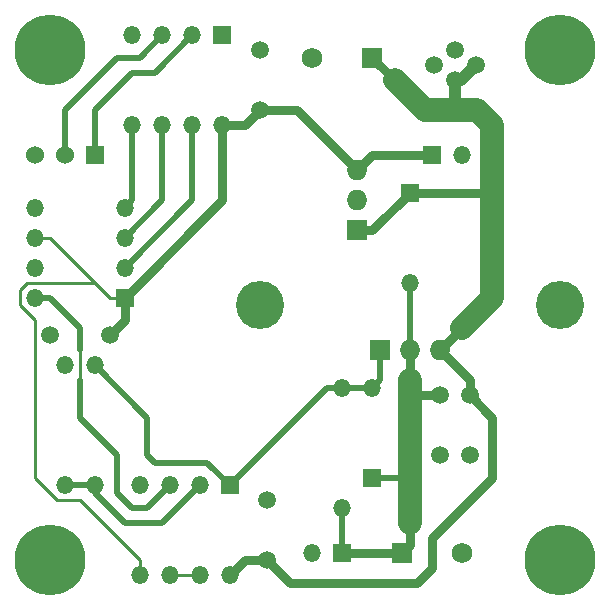
<source format=gtl>
G04 (created by PCBNEW (2013-07-07 BZR 4022)-stable) date 3/25/2015 10:05:49 PM*
%MOIN*%
G04 Gerber Fmt 3.4, Leading zero omitted, Abs format*
%FSLAX34Y34*%
G01*
G70*
G90*
G04 APERTURE LIST*
%ADD10C,0.00590551*%
%ADD11R,0.069X0.069*%
%ADD12O,0.069X0.069*%
%ADD13R,0.059X0.059*%
%ADD14O,0.059X0.059*%
%ADD15R,0.06X0.06*%
%ADD16C,0.06*%
%ADD17C,0.059*%
%ADD18C,0.16*%
%ADD19C,0.069*%
%ADD20C,0.23622*%
%ADD21C,0.03*%
%ADD22C,0.01*%
%ADD23C,0.02*%
%ADD24C,0.04*%
%ADD25C,0.08*%
G04 APERTURE END LIST*
G54D10*
G54D11*
X59500Y-55750D03*
G54D12*
X59500Y-54750D03*
X59500Y-53750D03*
G54D13*
X62000Y-53250D03*
G54D14*
X63000Y-53250D03*
G54D11*
X60250Y-59750D03*
G54D12*
X61250Y-59750D03*
X62250Y-59750D03*
G54D14*
X50750Y-60250D03*
X50750Y-64250D03*
X49750Y-64250D03*
X49750Y-60250D03*
G54D15*
X50750Y-53250D03*
G54D16*
X49750Y-53250D03*
X48750Y-53250D03*
G54D17*
X62750Y-49757D03*
X63438Y-50250D03*
X62061Y-50250D03*
X62750Y-50742D03*
X56500Y-66750D03*
X56500Y-64750D03*
X56250Y-51750D03*
X56250Y-49750D03*
X51250Y-59250D03*
X49250Y-59250D03*
G54D13*
X55250Y-64250D03*
G54D14*
X54250Y-64250D03*
X53250Y-64250D03*
X52250Y-64250D03*
X52250Y-67250D03*
X53250Y-67250D03*
X55250Y-67250D03*
X54250Y-67250D03*
G54D13*
X51750Y-58000D03*
G54D14*
X51750Y-57000D03*
X51750Y-56000D03*
X51750Y-55000D03*
X48750Y-55000D03*
X48750Y-56000D03*
X48750Y-58000D03*
X48750Y-57000D03*
G54D13*
X55000Y-49250D03*
G54D14*
X54000Y-49250D03*
X53000Y-49250D03*
X52000Y-49250D03*
X52000Y-52250D03*
X53000Y-52250D03*
X55000Y-52250D03*
X54000Y-52250D03*
G54D18*
X66250Y-58250D03*
X56250Y-58250D03*
G54D11*
X61000Y-66500D03*
G54D19*
X63000Y-66500D03*
G54D11*
X60000Y-50000D03*
G54D19*
X58000Y-50000D03*
G54D20*
X49250Y-49750D03*
X49250Y-66750D03*
X66250Y-49750D03*
X66250Y-66750D03*
G54D17*
X63250Y-61250D03*
X63250Y-63250D03*
X62250Y-61250D03*
X62250Y-63250D03*
G54D13*
X59000Y-66500D03*
G54D14*
X58000Y-66500D03*
X59000Y-65000D03*
X59000Y-61000D03*
G54D13*
X60000Y-64000D03*
G54D14*
X60000Y-61000D03*
G54D13*
X61250Y-54500D03*
G54D14*
X61250Y-57500D03*
G54D21*
X62000Y-53250D02*
X61500Y-53250D01*
X60000Y-53250D02*
X61500Y-53250D01*
X60000Y-53250D02*
X59500Y-53750D01*
G54D22*
X48750Y-59000D02*
X48750Y-58750D01*
X48750Y-59000D02*
X48750Y-61750D01*
X48750Y-61750D02*
X48750Y-63000D01*
X48750Y-63000D02*
X48750Y-64000D01*
X48750Y-64000D02*
X49500Y-64750D01*
X49500Y-64750D02*
X50250Y-64750D01*
X50250Y-64750D02*
X52250Y-66750D01*
X52250Y-67250D02*
X52250Y-66750D01*
X49250Y-57500D02*
X50750Y-57500D01*
X48750Y-57500D02*
X49250Y-57500D01*
X48500Y-57500D02*
X48750Y-57500D01*
X48250Y-57750D02*
X48500Y-57500D01*
X48250Y-58250D02*
X48250Y-57750D01*
X48750Y-58750D02*
X48250Y-58250D01*
X48750Y-56000D02*
X49250Y-56000D01*
X51250Y-58000D02*
X51750Y-58000D01*
X49250Y-56000D02*
X50750Y-57500D01*
X50750Y-57500D02*
X51250Y-58000D01*
G54D21*
X51750Y-58000D02*
X51750Y-58750D01*
X51750Y-58750D02*
X51250Y-59250D01*
X55000Y-52250D02*
X55000Y-54750D01*
X55000Y-54750D02*
X51750Y-58000D01*
X59500Y-53750D02*
X57500Y-51750D01*
X57500Y-51750D02*
X56250Y-51750D01*
X55000Y-52250D02*
X55750Y-52250D01*
X55750Y-52250D02*
X56250Y-51750D01*
G54D23*
X53000Y-52250D02*
X53000Y-54750D01*
X53000Y-54750D02*
X51750Y-56000D01*
X54000Y-52250D02*
X54000Y-54750D01*
X54000Y-54750D02*
X51750Y-57000D01*
G54D22*
X53250Y-67250D02*
X54250Y-67250D01*
G54D23*
X60000Y-61000D02*
X59000Y-61000D01*
X60250Y-59750D02*
X60250Y-60750D01*
X60250Y-60750D02*
X60000Y-61000D01*
X50750Y-60250D02*
X52500Y-62000D01*
X52750Y-63500D02*
X52500Y-63250D01*
X54500Y-63500D02*
X55250Y-64250D01*
X54500Y-63500D02*
X53000Y-63500D01*
X53000Y-63500D02*
X52750Y-63500D01*
X52500Y-62000D02*
X52500Y-63250D01*
X55250Y-64250D02*
X58500Y-61000D01*
X58500Y-61000D02*
X59000Y-61000D01*
X50250Y-59750D02*
X50250Y-59000D01*
X51500Y-64500D02*
X52000Y-65000D01*
X51500Y-63250D02*
X51500Y-64500D01*
X50250Y-62000D02*
X51500Y-63250D01*
X53250Y-64250D02*
X52500Y-65000D01*
X52000Y-65000D02*
X52500Y-65000D01*
X50250Y-60750D02*
X50250Y-62000D01*
G54D22*
X50250Y-60750D02*
X50250Y-59750D01*
G54D23*
X49250Y-58000D02*
X48750Y-58000D01*
X50250Y-59000D02*
X49250Y-58000D01*
X49750Y-64250D02*
X50750Y-64250D01*
X50750Y-64250D02*
X50750Y-64500D01*
X50750Y-64500D02*
X51750Y-65500D01*
X53000Y-65500D02*
X51750Y-65500D01*
X53000Y-65500D02*
X54250Y-64250D01*
X52000Y-52250D02*
X52000Y-54750D01*
X52000Y-54750D02*
X51750Y-55000D01*
X50750Y-53250D02*
X50750Y-52500D01*
X50750Y-51750D02*
X52000Y-50500D01*
X52000Y-50500D02*
X52750Y-50500D01*
X52750Y-50500D02*
X54000Y-49250D01*
X50750Y-52500D02*
X50750Y-51750D01*
X49750Y-53250D02*
X49750Y-52500D01*
X49750Y-51750D02*
X51500Y-50000D01*
X51500Y-50000D02*
X52250Y-50000D01*
X52250Y-50000D02*
X53000Y-49250D01*
X49750Y-52500D02*
X49750Y-51750D01*
G54D21*
X56500Y-66750D02*
X57250Y-67500D01*
X57250Y-67500D02*
X61000Y-67500D01*
X61000Y-67500D02*
X61500Y-67500D01*
X61500Y-67500D02*
X62000Y-67000D01*
X62000Y-67000D02*
X62000Y-66500D01*
X62000Y-66500D02*
X62000Y-66000D01*
X62000Y-66000D02*
X64000Y-64000D01*
X64000Y-64000D02*
X64000Y-62250D01*
X64000Y-62250D02*
X64000Y-62000D01*
X64000Y-62000D02*
X63250Y-61250D01*
X61250Y-54500D02*
X60000Y-55750D01*
X60000Y-55750D02*
X59500Y-55750D01*
X61250Y-54500D02*
X64000Y-54500D01*
X63250Y-61250D02*
X63250Y-60750D01*
X63250Y-60750D02*
X62250Y-59750D01*
X55250Y-67250D02*
X55750Y-66750D01*
X55750Y-66750D02*
X56500Y-66750D01*
G54D24*
X62750Y-50742D02*
X62946Y-50742D01*
X62946Y-50742D02*
X63438Y-50250D01*
X62750Y-50742D02*
X62750Y-51500D01*
X62750Y-51500D02*
X63000Y-51750D01*
G54D21*
X60000Y-50000D02*
X60750Y-50750D01*
G54D25*
X60750Y-50750D02*
X61750Y-51750D01*
X64000Y-58000D02*
X63000Y-59000D01*
G54D21*
X63000Y-59000D02*
X62250Y-59750D01*
G54D25*
X64000Y-57250D02*
X64000Y-57500D01*
X64000Y-57500D02*
X64000Y-58000D01*
X63500Y-51750D02*
X64000Y-52250D01*
X63000Y-51750D02*
X63500Y-51750D01*
X64000Y-52250D02*
X64000Y-54500D01*
X64000Y-54500D02*
X64000Y-56750D01*
X64000Y-56750D02*
X64000Y-57250D01*
X61750Y-51750D02*
X63000Y-51750D01*
G54D23*
X61250Y-57500D02*
X61250Y-59750D01*
X60000Y-64000D02*
X61250Y-64000D01*
G54D21*
X62250Y-61250D02*
X61250Y-61250D01*
G54D23*
X59000Y-66500D02*
X59000Y-65000D01*
G54D21*
X61250Y-59750D02*
X61250Y-60750D01*
G54D25*
X61250Y-60750D02*
X61250Y-61250D01*
X61250Y-61250D02*
X61250Y-61500D01*
X61250Y-61500D02*
X61250Y-64000D01*
X61250Y-64000D02*
X61250Y-65500D01*
G54D21*
X61250Y-66250D02*
X61000Y-66500D01*
X61250Y-65500D02*
X61250Y-66250D01*
X61000Y-66500D02*
X59000Y-66500D01*
M02*

</source>
